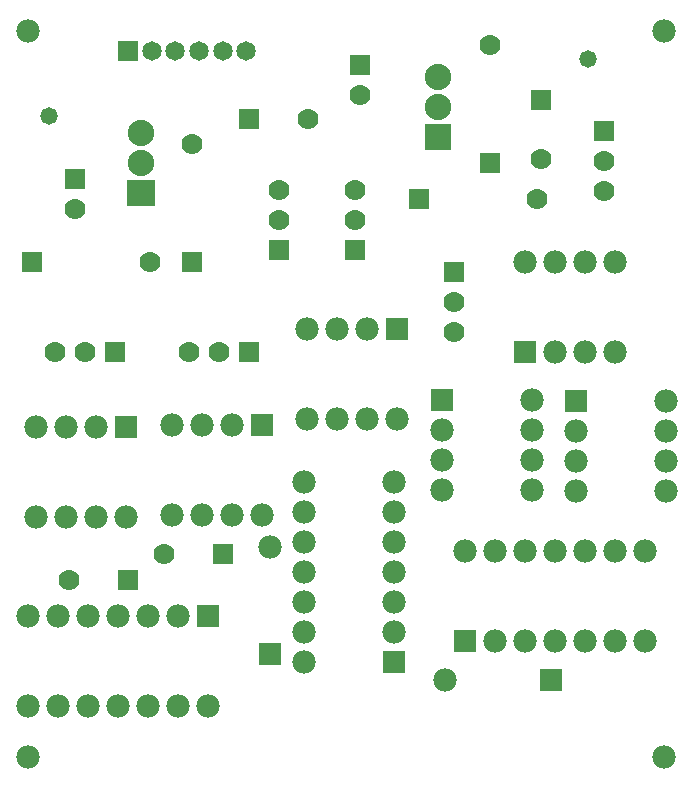
<source format=gbr>
%TF.GenerationSoftware,Altium Limited,Altium Designer,25.2.1 (25)*%
G04 Layer_Color=16711935*
%FSLAX45Y45*%
%MOMM*%
%TF.SameCoordinates,8691A9DC-F0AF-48AF-AEAD-F0BAF975D49B*%
%TF.FilePolarity,Negative*%
%TF.FileFunction,Soldermask,Bot*%
%TF.Part,Single*%
G01*
G75*
%TA.AperFunction,ComponentPad*%
%ADD41C,1.77800*%
%ADD42R,1.77800X1.77800*%
%ADD43C,1.65100*%
%ADD44R,1.65100X1.65100*%
%ADD45R,1.77800X1.77800*%
%TA.AperFunction,ViaPad*%
%ADD63C,1.47320*%
%ADD64C,1.98120*%
%TA.AperFunction,ComponentPad*%
%ADD65C,1.98120*%
%ADD66R,1.98120X1.98120*%
%ADD67R,1.98120X1.98120*%
%ADD68R,2.23520X2.23520*%
%ADD69C,2.23520*%
%ADD70R,2.36220X2.23520*%
D41*
X3225800Y11303000D02*
D03*
X3479800D02*
D03*
X5765800Y12420600D02*
D03*
Y12674600D02*
D03*
X7873500Y12915900D02*
D03*
Y12661900D02*
D03*
X6604000Y11722100D02*
D03*
Y11468100D02*
D03*
X5803900Y13476701D02*
D03*
X3390900Y12513503D02*
D03*
X7340600Y12932600D02*
D03*
X5368102Y13271500D02*
D03*
X4610100Y11303000D02*
D03*
X4356100D02*
D03*
X5118100Y12420600D02*
D03*
Y12674600D02*
D03*
X6908800Y13898500D02*
D03*
X4381499Y13060300D02*
D03*
X4030599Y12065001D02*
D03*
X7307199Y12598400D02*
D03*
X3344098Y9372600D02*
D03*
X4148201Y9588500D02*
D03*
D42*
X3733800Y11303000D02*
D03*
X5803900Y13726698D02*
D03*
X3390900Y12763500D02*
D03*
X7340600Y13432600D02*
D03*
X4864100Y11303000D02*
D03*
X6908800Y12898502D02*
D03*
X4381499Y12060302D02*
D03*
D43*
X4843400Y13847200D02*
D03*
X4643400D02*
D03*
X4443400D02*
D03*
X4243400D02*
D03*
X4043400D02*
D03*
D44*
X3843400D02*
D03*
D45*
X5765800Y12166600D02*
D03*
X7873500Y13169901D02*
D03*
X6604000Y11976100D02*
D03*
X4868098Y13271500D02*
D03*
X5118100Y12166600D02*
D03*
X3030601Y12065001D02*
D03*
X6307201Y12598400D02*
D03*
X3844102Y9372600D02*
D03*
X4648200Y9588500D02*
D03*
D63*
X3175000Y13296899D02*
D03*
X7734300Y13779500D02*
D03*
D64*
X2997200Y7874000D02*
D03*
X8382000D02*
D03*
Y14020799D02*
D03*
X2997200D02*
D03*
D65*
X8216900Y9613900D02*
D03*
X7962900D02*
D03*
X7708900D02*
D03*
X7454900D02*
D03*
X7200900D02*
D03*
X6946900D02*
D03*
X6692900D02*
D03*
X8216900Y8851900D02*
D03*
X7962900D02*
D03*
X7708900D02*
D03*
X7454900D02*
D03*
X7200900D02*
D03*
X6946900D02*
D03*
X7264400Y10134600D02*
D03*
Y10388600D02*
D03*
Y10642600D02*
D03*
Y10896600D02*
D03*
X6502400Y10134600D02*
D03*
Y10388600D02*
D03*
Y10642600D02*
D03*
X5359400Y10731500D02*
D03*
X5613400D02*
D03*
X5867400D02*
D03*
X6121400D02*
D03*
X5359400Y11493500D02*
D03*
X5613400D02*
D03*
X5867400D02*
D03*
X7632700Y10629900D02*
D03*
Y10375900D02*
D03*
Y10121900D02*
D03*
X8394700Y10883900D02*
D03*
Y10629900D02*
D03*
Y10375900D02*
D03*
Y10121900D02*
D03*
X7454900Y11303000D02*
D03*
X7708900D02*
D03*
X7962900D02*
D03*
X7200900Y12065000D02*
D03*
X7454900D02*
D03*
X7708900D02*
D03*
X7962900D02*
D03*
X3060700Y9906000D02*
D03*
X3314700D02*
D03*
X3568700D02*
D03*
X3822700D02*
D03*
X3060700Y10668000D02*
D03*
X3314700D02*
D03*
X3568700D02*
D03*
X4216400Y9918700D02*
D03*
X4470400D02*
D03*
X4724400D02*
D03*
X4978400D02*
D03*
X4216400Y10680700D02*
D03*
X4470400D02*
D03*
X4724400D02*
D03*
X4267200Y9067800D02*
D03*
X4013200D02*
D03*
X3759200D02*
D03*
X3505200D02*
D03*
X3251200D02*
D03*
X2997200D02*
D03*
X4521200Y8305800D02*
D03*
X4267200D02*
D03*
X4013200D02*
D03*
X3759200D02*
D03*
X3505200D02*
D03*
X3251200D02*
D03*
X2997200D02*
D03*
X5334000Y10198100D02*
D03*
Y9944100D02*
D03*
Y9690100D02*
D03*
Y9436100D02*
D03*
Y9182100D02*
D03*
Y8928100D02*
D03*
X6096000Y9944100D02*
D03*
Y9690100D02*
D03*
Y9436100D02*
D03*
Y9182100D02*
D03*
Y8928100D02*
D03*
X5334000Y8674100D02*
D03*
X6096000Y10198100D02*
D03*
X6522298Y8521700D02*
D03*
X5041900Y9644802D02*
D03*
D66*
X6692900Y8851900D02*
D03*
X6121400Y11493500D02*
D03*
X7200900Y11303000D02*
D03*
X3822700Y10668000D02*
D03*
X4978400Y10680700D02*
D03*
X4521200Y9067800D02*
D03*
X5041900Y8744798D02*
D03*
D67*
X6502400Y10896600D02*
D03*
X7632700Y10883900D02*
D03*
X6096000Y8674100D02*
D03*
X7422302Y8521700D02*
D03*
D68*
X6464300Y13119099D02*
D03*
D69*
Y13373100D02*
D03*
Y13627100D02*
D03*
X3949700Y12903200D02*
D03*
Y13157201D02*
D03*
D70*
Y12649200D02*
D03*
%TF.MD5,590f8616f83b6947f1ff74955f560008*%
M02*

</source>
